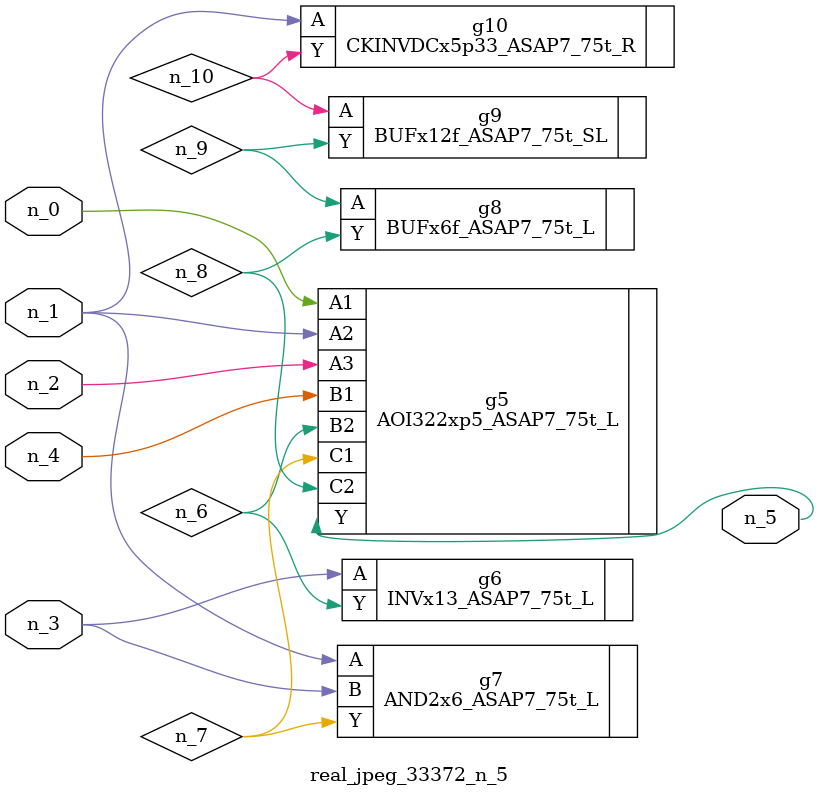
<source format=v>
module real_jpeg_33372_n_5 (n_4, n_0, n_1, n_2, n_3, n_5);

input n_4;
input n_0;
input n_1;
input n_2;
input n_3;

output n_5;

wire n_8;
wire n_6;
wire n_7;
wire n_10;
wire n_9;

AOI322xp5_ASAP7_75t_L g5 ( 
.A1(n_0),
.A2(n_1),
.A3(n_2),
.B1(n_4),
.B2(n_6),
.C1(n_7),
.C2(n_8),
.Y(n_5)
);

AND2x6_ASAP7_75t_L g7 ( 
.A(n_1),
.B(n_3),
.Y(n_7)
);

CKINVDCx5p33_ASAP7_75t_R g10 ( 
.A(n_1),
.Y(n_10)
);

INVx13_ASAP7_75t_L g6 ( 
.A(n_3),
.Y(n_6)
);

BUFx6f_ASAP7_75t_L g8 ( 
.A(n_9),
.Y(n_8)
);

BUFx12f_ASAP7_75t_SL g9 ( 
.A(n_10),
.Y(n_9)
);


endmodule
</source>
